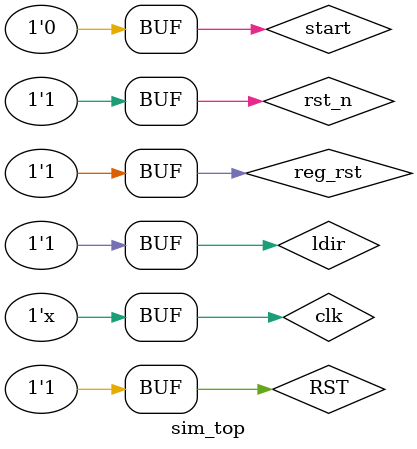
<source format=v>
`timescale 1ns / 1ps


module sim_top();
    
	reg reg_rst;
	wire [31:0]R_Data_A;
	wire [31:0]R_Data_B;
    wire [31:0]g;	
	wire [31:0]o_y;

    wire [31:0]dataRomOut;
    
    reg RST;
    reg [31:0]pcin;
    wire [31:0]pcout;
    
    wire [31:0]eximm;
    
    reg ldir;
    wire [31:0]inst_o;
    
    wire [5:0]op,func;
    wire [4:0]rs,rt;
    wire [4:0]rd,sa;
    wire [15:0]i_imm;
    
    wire [4:0]address;
    wire [4:0]miaddr;
    wire [20:0]minst;
    
    wire [3:0]m;
    wire lddr1,lddr2;
    wire i_sel,immen,aluout_sel,RegClk_1,RegWr,iromoe,ldpc,rw_sel,addr_sel;
    
    reg rst_n;
    reg clk;
    wire T1,T2,T3,T4;
    
    reg start;
    
    reg clk_m;//ram
    reg wena;
    reg [4:0]addr;
    wire [31:0]y;
    reg ena;
    wire [31:0]data_out;
    
    
    top uut(
        .clk_m(clk_m),.wena(wena),.addr(addr),.reg_rst(reg_rst),.data_out(data_out),.R_Data_A(R_Data_A),.R_Data_B(R_Data_A),.y(y),.o_y(o_y),.g(g),
        .dataRomOut(dataRomOut),.RST(RST),.pcin(pcin),.pcout(pcout),.eximm(eximm),.ldir(ldir),.inst_o(inst_o),.rs(rs),.rt(rt),.rd(rd),.sa(sa),
         .i_imm(i_imm),.miaddr(miaddr),.minst(minst),.m(m),.lddr1(lddr1),.lddr2(lddr2),.i_sel(i_sel),.immen(immen),.aluout_sel(aluout_sel),
         .RegClk_1(RegClk_1),.RegWr(RegWr),.iromoe(iromoe),.ldpc(ldpc),.rw_sel(rw_sel),.op(op),.func(func),.addr_sel(addr_sel),.address(address),
          .rst_n(rst_n),.clk(clk),.T1(T1),.T2(T2),.T3(T3),.T4(T4)
    );

    initial begin
        rst_n=0;
        clk=0;
        RST=0;
        reg_rst=0;
        ldir=1;
        #50
        rst_n=1;
        RST=1;
        reg_rst=1;
        #50
        start=1;
        #50
        start=0;
//        #50
//        start=1;
//        #50
//        start=0;
    end
    always #25 clk <= ~clk;
endmodule

</source>
